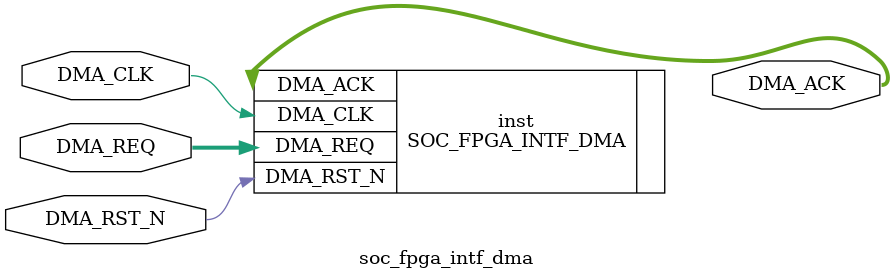
<source format=v>
module soc_fpga_intf_dma (
    
    input  [3:0] DMA_REQ,
    output [3:0] DMA_ACK,
    input        DMA_CLK,
    input        DMA_RST_N     

);

SOC_FPGA_INTF_DMA inst (
    .DMA_REQ(DMA_REQ),
    .DMA_ACK(DMA_ACK),
    .DMA_CLK(DMA_CLK),
    .DMA_RST_N(DMA_RST_N)
);

endmodule

</source>
